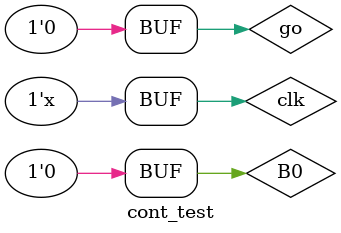
<source format=v>
`timescale 1ns / 1ps


module cont_test;

	// Inputs
	reg B0;
	reg go;
	reg clk;

	// Outputs
	wire ldn;
	wire Tn;
	wire ldcnt;
	wire Tcnt;
	wire ldf0;
	wire Tf0;
	wire ldf1;
	wire Tf1;
	wire ldout;
	wire Tout;
	wire [2:0] fn_sel;
	wire over;
	wire[3:0] state;

	// Instantiate the Unit Under Test (UUT)
	controller_fsm uut (
		.ldn(ldn), 
		.Tn(Tn), 
		.ldcnt(ldcnt), 
		.Tcnt(Tcnt), 
		.ldf0(ldf0), 
		.Tf0(Tf0), 
		.ldf1(ldf1), 
		.Tf1(Tf1), 
		.ldout(ldout), 
		.Tout(Tout), 
		.fn_sel(fn_sel), 
		.B0(B0), 
		.go(go), 
		.over(over), 
		.clk(clk),
		.state(state)
	);

	initial begin
		// Initialize Inputs
		B0 = 0;
		go = 0;
		clk = 0;

		// Wait 100 ns for global reset to finish
		//#100;
        
		// Add stimulus here
		#10 go = 1;
		#1000 go = 0;

	end
		
	always
	#10 clk = !clk;
      
endmodule


</source>
